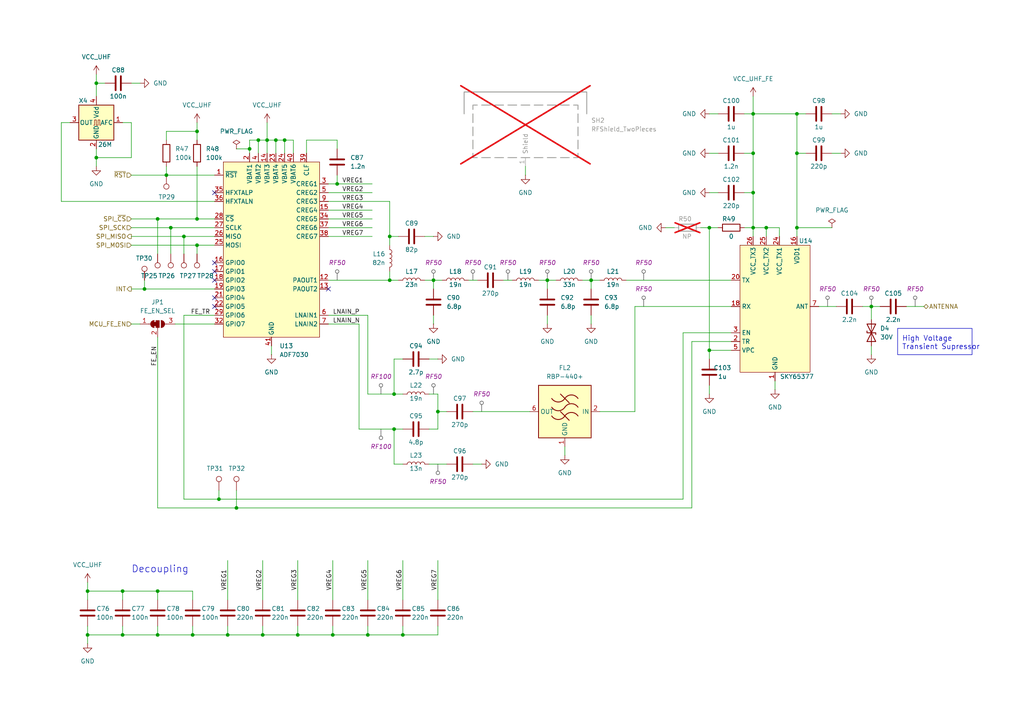
<source format=kicad_sch>
(kicad_sch (version 20250114) (generator "eeschema") (generator_version "9.0")
  (paper "A4")
  (title_block (title "Spino Com System - RF UHF") (date "2025-03-24") (rev "v2.1") (company "AMSAT-F/Electrolab - Y.Avelino/A.Meckenstock "))
  (rectangle (start 260.35 95.25) (end 281.94 102.87))
  (text "High Voltage\nTransient Supressor" (at 261.62 101.6 0) (effects (font (size 1.5 1.5)) (justify left bottom)))
  (text "Decoupling" (at 38.1 166.37 0) (effects (font (size 2 2)) (justify left bottom)))
  (junction (at 116.84 184.15))
  (junction (at 125.73 81.28))
  (junction (at 57.15 71.12))
  (junction (at 114.3 124.46))
  (junction (at 252.73 88.9))
  (junction (at 25.4 171.45))
  (junction (at 55.88 184.15))
  (junction (at 72.39 43.18))
  (junction (at 49.53 66.04))
  (junction (at 53.34 68.58))
  (junction (at 74.93 40.64))
  (junction (at 45.72 171.45))
  (junction (at 77.47 40.64))
  (junction (at 86.36 184.15))
  (junction (at 35.56 184.15))
  (junction (at 218.44 44.45))
  (junction (at 114.3 114.3))
  (junction (at 27.94 24.13))
  (junction (at 57.15 38.1))
  (junction (at 25.4 184.15))
  (junction (at 106.68 184.15))
  (junction (at 97.79 53.34))
  (junction (at 158.75 81.28))
  (junction (at 63.5 144.78))
  (junction (at 68.58 147.32))
  (junction (at 231.14 44.45))
  (junction (at 35.56 171.45))
  (junction (at 27.94 45.72))
  (junction (at 45.72 63.5))
  (junction (at 205.74 66.04))
  (junction (at 48.26 50.8))
  (junction (at 45.72 184.15))
  (junction (at 80.01 40.64))
  (junction (at 76.2 184.15))
  (junction (at 82.55 40.64))
  (junction (at 171.45 81.28))
  (junction (at 66.04 184.15))
  (junction (at 218.44 33.02))
  (junction (at 113.03 81.28))
  (junction (at 96.52 184.15))
  (junction (at 127 119.38))
  (junction (at 113.03 68.58))
  (junction (at 218.44 66.04))
  (junction (at 205.74 101.6))
  (junction (at 222.25 66.04))
  (junction (at 57.15 63.5))
  (junction (at 231.14 33.02))
  (junction (at 218.44 55.88))
  (junction (at 41.91 83.82))
  (junction (at 231.14 66.04))
  (no_connect (at 62.23 88.9))
  (no_connect (at 62.23 78.74))
  (no_connect (at 62.23 76.2))
  (no_connect (at 62.23 55.88))
  (no_connect (at 95.25 83.82))
  (no_connect (at 62.23 81.28))
  (no_connect (at 62.23 86.36))
  (wire (pts (xy 127 124.46) (xy 127 119.38)))
  (wire (pts (xy 218.44 27.94) (xy 218.44 33.02)))
  (wire (pts (xy 95.25 93.98) (xy 104.14 93.98)))
  (wire (pts (xy 124.46 104.14) (xy 127 104.14)))
  (wire (pts (xy 48.26 48.26) (xy 48.26 50.8)))
  (wire (pts (xy 116.84 184.15) (xy 106.68 184.15)))
  (wire (pts (xy 95.25 58.42) (xy 113.03 58.42)))
  (wire (pts (xy 55.88 171.45) (xy 55.88 173.99)))
  (wire (pts (xy 205.74 44.45) (xy 208.28 44.45)))
  (wire (pts (xy 86.36 162.56) (xy 86.36 173.99)))
  (wire (pts (xy 158.75 81.28) (xy 158.75 83.82)))
  (wire (pts (xy 95.25 53.34) (xy 97.79 53.34)))
  (wire (pts (xy 55.88 184.15) (xy 45.72 184.15)))
  (wire (pts (xy 212.09 96.52) (xy 198.12 96.52)))
  (wire (pts (xy 95.25 55.88) (xy 107.95 55.88)))
  (wire (pts (xy 95.25 81.28) (xy 113.03 81.28)))
  (wire (pts (xy 218.44 33.02) (xy 231.14 33.02)))
  (wire (pts (xy 55.88 181.61) (xy 55.88 184.15)))
  (wire (pts (xy 116.84 181.61) (xy 116.84 184.15)))
  (wire (pts (xy 45.72 184.15) (xy 35.56 184.15)))
  (wire (pts (xy 96.52 181.61) (xy 96.52 184.15)))
  (wire (pts (xy 173.99 119.38) (xy 184.15 119.38)))
  (wire (pts (xy 127 162.56) (xy 127 173.99)))
  (wire (pts (xy 205.74 111.76) (xy 205.74 114.3)))
  (wire (pts (xy 66.04 181.61) (xy 66.04 184.15)))
  (wire (pts (xy 25.4 184.15) (xy 25.4 186.69)))
  (wire (pts (xy 45.72 181.61) (xy 45.72 184.15)))
  (wire (pts (xy 97.79 53.34) (xy 107.95 53.34)))
  (wire (pts (xy 113.03 68.58) (xy 113.03 58.42)))
  (wire (pts (xy 25.4 168.91) (xy 25.4 171.45)))
  (wire (pts (xy 226.06 68.58) (xy 226.06 66.04)))
  (wire (pts (xy 215.9 44.45) (xy 218.44 44.45)))
  (wire (pts (xy 123.19 68.58) (xy 125.73 68.58)))
  (wire (pts (xy 114.3 134.62) (xy 116.84 134.62)))
  (wire (pts (xy 27.94 21.59) (xy 27.94 24.13)))
  (wire (pts (xy 88.9 40.64) (xy 97.79 40.64)))
  (wire (pts (xy 25.4 184.15) (xy 25.4 181.61)))
  (wire (pts (xy 72.39 40.64) (xy 72.39 43.18)))
  (wire (pts (xy 77.47 35.56) (xy 77.47 40.64)))
  (wire (pts (xy 137.16 134.62) (xy 139.7 134.62)))
  (wire (pts (xy 45.72 97.79) (xy 45.72 147.32)))
  (wire (pts (xy 38.1 63.5) (xy 45.72 63.5)))
  (wire (pts (xy 74.93 40.64) (xy 77.47 40.64)))
  (wire (pts (xy 48.26 38.1) (xy 48.26 40.64)))
  (wire (pts (xy 55.88 184.15) (xy 66.04 184.15)))
  (wire (pts (xy 38.1 83.82) (xy 41.91 83.82)))
  (wire (pts (xy 82.55 40.64) (xy 85.09 40.64)))
  (wire (pts (xy 49.53 66.04) (xy 49.53 73.66)))
  (wire (pts (xy 35.56 181.61) (xy 35.56 184.15)))
  (wire (pts (xy 200.66 99.06) (xy 212.09 99.06)))
  (wire (pts (xy 106.68 162.56) (xy 106.68 173.99)))
  (wire (pts (xy 218.44 55.88) (xy 218.44 66.04)))
  (wire (pts (xy 63.5 142.24) (xy 63.5 144.78)))
  (wire (pts (xy 205.74 101.6) (xy 205.74 104.14)))
  (wire (pts (xy 127 114.3) (xy 124.46 114.3)))
  (wire (pts (xy 193.04 66.04) (xy 195.58 66.04)))
  (wire (pts (xy 208.28 66.04) (xy 205.74 66.04)))
  (wire (pts (xy 57.15 38.1) (xy 57.15 40.64)))
  (wire (pts (xy 80.01 40.64) (xy 82.55 40.64)))
  (wire (pts (xy 200.66 147.32) (xy 200.66 99.06)))
  (wire (pts (xy 68.58 43.18) (xy 72.39 43.18)))
  (wire (pts (xy 80.01 40.64) (xy 80.01 44.45)))
  (wire (pts (xy 114.3 124.46) (xy 114.3 134.62)))
  (wire (pts (xy 72.39 40.64) (xy 74.93 40.64)))
  (wire (pts (xy 218.44 44.45) (xy 218.44 55.88)))
  (wire (pts (xy 231.14 44.45) (xy 233.68 44.45)))
  (wire (pts (xy 226.06 66.04) (xy 222.25 66.04)))
  (wire (pts (xy 104.14 124.46) (xy 114.3 124.46)))
  (wire (pts (xy 171.45 81.28) (xy 173.99 81.28)))
  (wire (pts (xy 38.1 68.58) (xy 53.34 68.58)))
  (wire (pts (xy 53.34 144.78) (xy 53.34 91.44)))
  (wire (pts (xy 127 181.61) (xy 127 184.15)))
  (wire (pts (xy 158.75 81.28) (xy 161.29 81.28)))
  (wire (pts (xy 205.74 55.88) (xy 208.28 55.88)))
  (wire (pts (xy 125.73 81.28) (xy 123.19 81.28)))
  (wire (pts (xy 152.4 48.26) (xy 152.4 50.8)))
  (wire (pts (xy 68.58 142.24) (xy 68.58 147.32)))
  (wire (pts (xy 106.68 181.61) (xy 106.68 184.15)))
  (wire (pts (xy 66.04 162.56) (xy 66.04 173.99)))
  (wire (pts (xy 184.15 88.9) (xy 212.09 88.9)))
  (wire (pts (xy 252.73 88.9) (xy 252.73 92.71)))
  (wire (pts (xy 72.39 43.18) (xy 72.39 44.45)))
  (wire (pts (xy 241.3 44.45) (xy 243.84 44.45)))
  (wire (pts (xy 68.58 147.32) (xy 200.66 147.32)))
  (wire (pts (xy 222.25 66.04) (xy 222.25 68.58)))
  (wire (pts (xy 38.1 50.8) (xy 48.26 50.8)))
  (wire (pts (xy 17.78 35.56) (xy 17.78 58.42)))
  (wire (pts (xy 127 119.38) (xy 127 114.3)))
  (wire (pts (xy 125.73 81.28) (xy 128.27 81.28)))
  (wire (pts (xy 95.25 91.44) (xy 106.68 91.44)))
  (wire (pts (xy 27.94 45.72) (xy 27.94 43.18)))
  (wire (pts (xy 231.14 66.04) (xy 231.14 68.58)))
  (wire (pts (xy 146.05 81.28) (xy 148.59 81.28)))
  (wire (pts (xy 77.47 40.64) (xy 80.01 40.64)))
  (wire (pts (xy 106.68 184.15) (xy 96.52 184.15)))
  (wire (pts (xy 250.19 88.9) (xy 252.73 88.9)))
  (wire (pts (xy 57.15 71.12) (xy 62.23 71.12)))
  (wire (pts (xy 231.14 66.04) (xy 241.3 66.04)))
  (wire (pts (xy 45.72 63.5) (xy 57.15 63.5)))
  (wire (pts (xy 74.93 40.64) (xy 74.93 44.45)))
  (wire (pts (xy 124.46 134.62) (xy 129.54 134.62)))
  (wire (pts (xy 38.1 93.98) (xy 40.64 93.98)))
  (wire (pts (xy 50.8 93.98) (xy 62.23 93.98)))
  (wire (pts (xy 205.74 33.02) (xy 208.28 33.02)))
  (wire (pts (xy 48.26 50.8) (xy 62.23 50.8)))
  (wire (pts (xy 82.55 40.64) (xy 82.55 44.45)))
  (wire (pts (xy 38.1 24.13) (xy 40.64 24.13)))
  (wire (pts (xy 113.03 81.28) (xy 115.57 81.28)))
  (wire (pts (xy 25.4 173.99) (xy 25.4 171.45)))
  (wire (pts (xy 184.15 119.38) (xy 184.15 88.9)))
  (wire (pts (xy 35.56 171.45) (xy 45.72 171.45)))
  (wire (pts (xy 106.68 114.3) (xy 106.68 91.44)))
  (wire (pts (xy 78.74 100.33) (xy 78.74 102.87)))
  (wire (pts (xy 57.15 71.12) (xy 57.15 73.66)))
  (wire (pts (xy 203.2 66.04) (xy 205.74 66.04)))
  (wire (pts (xy 85.09 40.64) (xy 85.09 44.45)))
  (wire (pts (xy 48.26 38.1) (xy 57.15 38.1)))
  (wire (pts (xy 86.36 184.15) (xy 76.2 184.15)))
  (wire (pts (xy 198.12 96.52) (xy 198.12 144.78)))
  (wire (pts (xy 95.25 66.04) (xy 107.95 66.04)))
  (wire (pts (xy 38.1 66.04) (xy 49.53 66.04)))
  (wire (pts (xy 171.45 81.28) (xy 168.91 81.28)))
  (wire (pts (xy 57.15 35.56) (xy 57.15 38.1)))
  (wire (pts (xy 17.78 35.56) (xy 20.32 35.56)))
  (wire (pts (xy 41.91 83.82) (xy 41.91 81.28)))
  (wire (pts (xy 95.25 63.5) (xy 107.95 63.5)))
  (wire (pts (xy 97.79 40.64) (xy 97.79 43.18)))
  (wire (pts (xy 63.5 144.78) (xy 53.34 144.78)))
  (wire (pts (xy 113.03 78.74) (xy 113.03 81.28)))
  (wire (pts (xy 114.3 114.3) (xy 106.68 114.3)))
  (wire (pts (xy 163.83 129.54) (xy 163.83 132.08)))
  (wire (pts (xy 116.84 114.3) (xy 114.3 114.3)))
  (wire (pts (xy 97.79 53.34) (xy 97.79 50.8)))
  (wire (pts (xy 215.9 55.88) (xy 218.44 55.88)))
  (wire (pts (xy 27.94 24.13) (xy 30.48 24.13)))
  (wire (pts (xy 127 184.15) (xy 116.84 184.15)))
  (wire (pts (xy 96.52 184.15) (xy 86.36 184.15)))
  (wire (pts (xy 53.34 68.58) (xy 62.23 68.58)))
  (wire (pts (xy 76.2 162.56) (xy 76.2 173.99)))
  (wire (pts (xy 135.89 81.28) (xy 138.43 81.28)))
  (wire (pts (xy 86.36 181.61) (xy 86.36 184.15)))
  (wire (pts (xy 53.34 68.58) (xy 53.34 73.66)))
  (wire (pts (xy 35.56 184.15) (xy 25.4 184.15)))
  (wire (pts (xy 218.44 33.02) (xy 218.44 44.45)))
  (wire (pts (xy 116.84 124.46) (xy 114.3 124.46)))
  (wire (pts (xy 35.56 35.56) (xy 38.1 35.56)))
  (wire (pts (xy 38.1 45.72) (xy 27.94 45.72)))
  (wire (pts (xy 114.3 104.14) (xy 116.84 104.14)))
  (wire (pts (xy 222.25 66.04) (xy 218.44 66.04)))
  (wire (pts (xy 38.1 35.56) (xy 38.1 45.72)))
  (wire (pts (xy 104.14 93.98) (xy 104.14 124.46)))
  (wire (pts (xy 241.3 33.02) (xy 243.84 33.02)))
  (wire (pts (xy 35.56 171.45) (xy 35.56 173.99)))
  (wire (pts (xy 198.12 144.78) (xy 63.5 144.78)))
  (wire (pts (xy 57.15 48.26) (xy 57.15 63.5)))
  (wire (pts (xy 231.14 33.02) (xy 233.68 33.02)))
  (wire (pts (xy 125.73 83.82) (xy 125.73 81.28)))
  (wire (pts (xy 113.03 68.58) (xy 113.03 71.12)))
  (wire (pts (xy 171.45 91.44) (xy 171.45 93.98)))
  (wire (pts (xy 171.45 83.82) (xy 171.45 81.28)))
  (wire (pts (xy 231.14 44.45) (xy 231.14 66.04)))
  (wire (pts (xy 38.1 71.12) (xy 57.15 71.12)))
  (wire (pts (xy 45.72 171.45) (xy 55.88 171.45)))
  (wire (pts (xy 262.89 88.9) (xy 267.97 88.9)))
  (wire (pts (xy 41.91 83.82) (xy 62.23 83.82)))
  (wire (pts (xy 45.72 171.45) (xy 45.72 173.99)))
  (wire (pts (xy 27.94 27.94) (xy 27.94 24.13)))
  (wire (pts (xy 158.75 91.44) (xy 158.75 93.98)))
  (wire (pts (xy 205.74 101.6) (xy 212.09 101.6)))
  (wire (pts (xy 95.25 68.58) (xy 107.95 68.58)))
  (wire (pts (xy 113.03 68.58) (xy 115.57 68.58)))
  (wire (pts (xy 57.15 63.5) (xy 62.23 63.5)))
  (wire (pts (xy 76.2 184.15) (xy 66.04 184.15)))
  (wire (pts (xy 215.9 66.04) (xy 218.44 66.04)))
  (wire (pts (xy 76.2 181.61) (xy 76.2 184.15)))
  (wire (pts (xy 252.73 88.9) (xy 255.27 88.9)))
  (wire (pts (xy 77.47 40.64) (xy 77.47 44.45)))
  (wire (pts (xy 129.54 119.38) (xy 127 119.38)))
  (wire (pts (xy 53.34 91.44) (xy 62.23 91.44)))
  (wire (pts (xy 49.53 66.04) (xy 62.23 66.04)))
  (wire (pts (xy 205.74 66.04) (xy 205.74 101.6)))
  (wire (pts (xy 125.73 91.44) (xy 125.73 93.98)))
  (wire (pts (xy 231.14 33.02) (xy 231.14 44.45)))
  (wire (pts (xy 95.25 60.96) (xy 107.95 60.96)))
  (wire (pts (xy 27.94 45.72) (xy 27.94 48.26)))
  (wire (pts (xy 96.52 162.56) (xy 96.52 173.99)))
  (wire (pts (xy 25.4 171.45) (xy 35.56 171.45)))
  (wire (pts (xy 137.16 119.38) (xy 153.67 119.38)))
  (wire (pts (xy 45.72 63.5) (xy 45.72 73.66)))
  (wire (pts (xy 62.23 58.42) (xy 17.78 58.42)))
  (wire (pts (xy 224.79 110.49) (xy 224.79 113.03)))
  (wire (pts (xy 114.3 114.3) (xy 114.3 104.14)))
  (wire (pts (xy 252.73 100.33) (xy 252.73 102.87)))
  (wire (pts (xy 116.84 162.56) (xy 116.84 173.99)))
  (wire (pts (xy 218.44 66.04) (xy 218.44 68.58)))
  (wire (pts (xy 156.21 81.28) (xy 158.75 81.28)))
  (wire (pts (xy 181.61 81.28) (xy 212.09 81.28)))
  (wire (pts (xy 45.72 147.32) (xy 68.58 147.32)))
  (wire (pts (xy 237.49 88.9) (xy 242.57 88.9)))
  (wire (pts (xy 124.46 124.46) (xy 127 124.46)))
  (wire (pts (xy 218.44 33.02) (xy 215.9 33.02)))
  (wire (pts (xy 88.9 44.45) (xy 88.9 40.64)))
  (label "VREG2" (at 76.2 165.1 270))
  (label "VREG7" (at 105.41 68.58 180))
  (label "VREG7" (at 127 165.1 270))
  (label "VREG4" (at 105.41 60.96 180))
  (label "VREG1" (at 105.41 53.34 180))
  (label "VREG5" (at 106.68 165.1 270))
  (label "VREG2" (at 105.41 55.88 180))
  (label "VREG6" (at 105.41 66.04 180))
  (label "LNAIN_N" (at 96.52 93.98 0))
  (label "FE_TR" (at 60.96 91.44 180))
  (label "VREG5" (at 105.41 63.5 180))
  (label "FE_EN" (at 45.72 100.33 270))
  (label "VREG4" (at 96.52 165.1 270))
  (label "VREG6" (at 116.84 165.1 270))
  (label "VREG3" (at 105.41 58.42 180))
  (label "VREG3" (at 86.36 165.1 270))
  (label "VREG1" (at 66.04 165.1 270))
  (label "LNAIN_P" (at 96.52 91.44 0))
  (hierarchical_label "SPI_~{CS}" (shape input) (at 38.1 63.5 180))
  (hierarchical_label "~{RST}" (shape input) (at 38.1 50.8 180))
  (hierarchical_label "INT" (shape output) (at 38.1 83.82 180))
  (hierarchical_label "SPI_MOSI" (shape input) (at 38.1 71.12 180))
  (hierarchical_label "ANTENNA" (shape bidirectional) (at 267.97 88.9 0))
  (hierarchical_label "MCU_FE_EN" (shape input) (at 38.1 93.98 180))
  (hierarchical_label "SPI_SCK" (shape input) (at 38.1 66.04 180))
  (hierarchical_label "SPI_MISO" (shape output) (at 38.1 68.58 180))
  (netclass_flag "" (length 2.54) (shape round) (at 97.79 81.28 0) (property "Netclass" "RF50" (at 97.79 76.2 0) (effects (font (italic yes)))))
  (netclass_flag "" (length 2.54) (shape round) (at 139.7 119.38 0) (property "Netclass" "RF50" (at 139.7 114.3 0) (effects (font (italic yes)))))
  (netclass_flag "" (length 2.54) (shape round) (at 147.32 81.28 0) (property "Netclass" "RF50" (at 147.32 76.2 0) (effects (font (italic yes)))))
  (netclass_flag "" (length 2.54) (shape round) (at 240.03 88.9 0) (property "Netclass" "RF50" (at 240.03 83.82 0) (effects (font (italic yes)))))
  (netclass_flag "" (length 2.54) (shape round) (at 265.43 88.9 0) (property "Netclass" "RF50" (at 265.43 83.82 0) (effects (font (italic yes)))))
  (netclass_flag "" (length 2.54) (shape round) (at 252.73 88.9 0) (property "Netclass" "RF50" (at 252.73 83.82 0) (effects (font (italic yes)))))
  (netclass_flag "" (length 2.54) (shape round) (at 110.49 114.3 0) (property "Netclass" "RF100" (at 110.49 109.22 0) (effects (font (italic yes)))))
  (netclass_flag "" (length 2.54) (shape round) (at 186.69 81.28 0) (property "Netclass" "RF50" (at 186.69 76.2 0) (effects (font (italic yes)))))
  (netclass_flag "" (length 2.54) (shape round) (at 137.16 81.28 0) (property "Netclass" "RF50" (at 137.16 76.2 0) (effects (font (italic yes)))))
  (netclass_flag "" (length 2.54) (shape round) (at 171.45 81.28 0) (property "Netclass" "RF50" (at 171.45 76.2 0) (effects (font (italic yes)))))
  (netclass_flag "" (length 2.54) (shape round) (at 110.49 124.46 180) (property "Netclass" "RF100" (at 110.49 129.54 0) (effects (font (italic yes)))))
  (netclass_flag "" (length 2.54) (shape round) (at 125.73 114.3 0) (property "Netclass" "RF50" (at 125.73 109.22 0) (effects (font (italic yes)))))
  (netclass_flag "" (length 2.54) (shape round) (at 125.73 81.28 0) (property "Netclass" "RF50" (at 125.73 76.2 0) (effects (font (italic yes)))))
  (netclass_flag "" (length 2.54) (shape round) (at 186.69 88.9 0) (property "Netclass" "RF50" (at 186.69 83.82 0) (effects (font (italic yes)))))
  (netclass_flag "" (length 2.54) (shape round) (at 127 134.62 180) (property "Netclass" "RF50" (at 127 139.7 0) (effects (font (italic yes)))))
  (netclass_flag "" (length 2.54) (shape round) (at 158.75 81.28 0) (property "Netclass" "RF50" (at 158.75 76.2 0) (effects (font (italic yes)))))
  (symbol (lib_id "Device:L") (at 120.65 114.3 90) (unit 1)
    (property "Reference" "L22" (at 120.65 111.76 90))
    (property "Value" "19n" (at 120.65 115.57 90))
    (property "Footprint" "Inductor_SMD:L_0402_1005Metric" (effects (hide yes)))
    (property "Description" "Inductor" (effects (hide yes)))
    (property "SKU" "0402HP-19NXGRW" (effects (hide yes)))
    (property "Tolerance" "2%" (effects (hide yes)))
    (property "Vendor" "Coilcraft" (effects (hide yes)))
  )
  (symbol (lib_id "power:GND") (at 205.74 114.3 0) (unit 1)
    (property "Reference" "#PWR060" (effects (hide yes)))
    (property "Value" "GND" (at 205.74 119.38 0))
    (property "Description" "Power symbol creates a global label with name \"GND\" , ground" (effects (hide yes)))
  )
  (symbol (lib_id "Device:C") (at 34.29 24.13 90) (unit 1)
    (property "Reference" "C88" (at 34.29 20.32 90))
    (property "Value" "100n" (at 34.29 27.94 90))
    (property "Footprint" "Capacitor_SMD:C_0402_1005Metric" (effects (hide yes)))
    (property "Description" "Unpolarized capacitor" (effects (hide yes)))
    (property "SKU" "GCM155R71C104KA55D" (effects (hide yes)))
    (property "Temp Coeff" "X7R" (effects (hide yes)))
    (property "Vendor" "Murata" (effects (hide yes)))
  )
  (symbol (lib_id "power:GND") (at 25.4 186.69 0) (unit 1)
    (property "Reference" "#PWR064" (effects (hide yes)))
    (property "Value" "GND" (at 25.4 191.77 0))
    (property "Description" "Power symbol creates a global label with name \"GND\" , ground" (effects (hide yes)))
  )
  (symbol (lib_id "Connector:TestPoint") (at 53.34 73.66 180) (unit 1) (in_bom no)
    (property "Reference" "TP27" (at 52.07 80.01 0) (effects (justify right)))
    (property "Value" "UHF_MISO" (effects (hide yes)))
    (property "Footprint" "TestPoint:TestPoint_Pad_D1.0mm" (effects (hide yes)))
    (property "Description" "test point" (effects (hide yes)))
  )
  (symbol (lib_id "Device:R") (at 199.39 66.04 90) (mirror x) (unit 1) (dnp yes)
    (property "Reference" "R50" (at 200.66 63.5 90) (effects (justify left)))
    (property "Value" "NP" (at 200.66 68.58 90) (effects (justify left)))
    (property "Footprint" "Resistor_SMD:R_0402_1005Metric" (effects (hide yes)))
    (property "Description" "Resistor" (effects (hide yes)))
  )
  (symbol (lib_id "Device:C") (at 55.88 177.8 0) (unit 1)
    (property "Reference" "C79" (at 58.42 176.53 0) (effects (justify left)))
    (property "Value" "100n" (at 58.42 179.07 0) (effects (justify left)))
    (property "Footprint" "Capacitor_SMD:C_0402_1005Metric" (effects (hide yes)))
    (property "Description" "Unpolarized capacitor" (effects (hide yes)))
    (property "SKU" "GCM155R71C104KA55D" (effects (hide yes)))
    (property "Temp Coeff" "X7R" (effects (hide yes)))
    (property "Vendor" "Murata" (effects (hide yes)))
  )
  (symbol (lib_id "Jumper:SolderJumper_3_Bridged12") (at 45.72 93.98 0) (unit 1) (in_bom no)
    (property "Reference" "JP1" (at 45.72 87.63 0))
    (property "Value" "FE_EN_SEL" (at 45.72 90.17 0))
    (property "Footprint" "Jumper_user:SolderJumper-3_P0.8mm_Bridged2Bar12_RoundedPad0.6x1.0mm" (effects (hide yes)))
    (property "Description" "3-pole Solder Jumper, pins 1+2 closed/bridged" (effects (hide yes)))
  )
  (symbol (lib_id "Device:C") (at 120.65 124.46 90) (unit 1)
    (property "Reference" "C95" (at 120.65 120.65 90))
    (property "Value" "4.8p" (at 120.65 128.27 90))
    (property "Footprint" "Capacitor_SMD:C_0402_1005Metric" (effects (hide yes)))
    (property "Description" "Unpolarized capacitor" (effects (hide yes)))
    (property "Temp Coeff" "C0G" (effects (hide yes)))
    (property "Tolerance" "0.1p" (effects (hide yes)))
    (property "SKU" "GCQ1555C1H4R2BB01D" (effects (hide yes)))
    (property "Vendor" "Murata" (effects (hide yes)))
  )
  (symbol (lib_id "Device:C") (at 96.52 177.8 0) (unit 1)
    (property "Reference" "C83" (at 99.06 176.53 0) (effects (justify left)))
    (property "Value" "220n" (at 99.06 179.07 0) (effects (justify left)))
    (property "Footprint" "Capacitor_SMD:C_0402_1005Metric" (effects (hide yes)))
    (property "Description" "Unpolarized capacitor" (effects (hide yes)))
    (property "SKU" "GCM155R71C224KE02D" (effects (hide yes)))
    (property "Temp Coeff" "X7R" (effects (hide yes)))
    (property "Tolerance" "10%" (effects (hide yes)))
    (property "Vendor" "Murata" (effects (hide yes)))
  )
  (symbol (lib_id "power_spino_cs:VCC_UHF") (at 57.15 35.56 0) (unit 1)
    (property "Reference" "#PWR052" (effects (hide yes)))
    (property "Value" "VCC_UHF" (at 57.15 30.48 0))
    (property "Description" "Power symbol creates a global label with name \"VCC_UHF\"" (effects (hide yes)))
  )
  (symbol (lib_id "Device:C") (at 212.09 33.02 90) (unit 1)
    (property "Reference" "C100" (at 212.09 29.21 90))
    (property "Value" "1u" (at 212.09 36.83 90))
    (property "Footprint" "Capacitor_SMD:C_0402_1005Metric" (effects (hide yes)))
    (property "Description" "Unpolarized capacitor" (effects (hide yes)))
    (property "SKU" "GCM155C71A105KE38D" (effects (hide yes)))
    (property "Temp Coeff" "X7S" (effects (hide yes)))
    (property "Vendor" "Murata" (effects (hide yes)))
  )
  (symbol (lib_id "Connector:TestPoint") (at 63.5 142.24 0) (unit 1) (in_bom no)
    (property "Reference" "TP31" (at 64.77 135.89 0) (effects (justify right)))
    (property "Value" "UHF_FE_TR" (effects (hide yes)))
    (property "Footprint" "TestPoint:TestPoint_Pad_D1.0mm" (effects (hide yes)))
    (property "Description" "test point" (effects (hide yes)))
  )
  (symbol (lib_id "Device:C") (at 125.73 87.63 0) (unit 1)
    (property "Reference" "C90" (at 129.54 86.3599 0) (effects (justify left)))
    (property "Value" "6.8p" (at 129.54 88.8999 0) (effects (justify left)))
    (property "Footprint" "Capacitor_SMD:C_0603_1608Metric" (effects (hide yes)))
    (property "Description" "Unpolarized capacitor" (effects (hide yes)))
    (property "SKU" "GCM1885C2A6R8BA16D" (effects (hide yes)))
    (property "Temp Coeff" "C0G" (effects (hide yes)))
    (property "Tolerance" "0.1p" (effects (hide yes)))
    (property "Vendor" "Murata" (effects (hide yes)))
  )
  (symbol (lib_id "Device:C") (at 212.09 55.88 90) (unit 1)
    (property "Reference" "C102" (at 212.09 52.07 90))
    (property "Value" "220p" (at 212.09 59.69 90))
    (property "Footprint" "Capacitor_SMD:C_0402_1005Metric" (effects (hide yes)))
    (property "Description" "Unpolarized capacitor" (effects (hide yes)))
    (property "SKU" "GCM1555C1H221FA16D" (effects (hide yes)))
    (property "Temp Coeff" "C0G" (effects (hide yes)))
    (property "Tolerance" "1%" (effects (hide yes)))
    (property "Vendor" "Murata" (effects (hide yes)))
  )
  (symbol (lib_id "Device:C") (at 45.72 177.8 0) (unit 1)
    (property "Reference" "C78" (at 48.26 176.53 0) (effects (justify left)))
    (property "Value" "100n" (at 48.26 179.07 0) (effects (justify left)))
    (property "Footprint" "Capacitor_SMD:C_0402_1005Metric" (effects (hide yes)))
    (property "Description" "Unpolarized capacitor" (effects (hide yes)))
    (property "SKU" "GCM155R71C104KA55D" (effects (hide yes)))
    (property "Temp Coeff" "X7R" (effects (hide yes)))
    (property "Vendor" "Murata" (effects (hide yes)))
  )
  (symbol (lib_id "power:GND") (at 139.7 134.62 90) (unit 1)
    (property "Reference" "#PWR049" (effects (hide yes)))
    (property "Value" "GND" (at 143.51 134.62 90) (effects (justify right)))
    (property "Description" "Power symbol creates a global label with name \"GND\" , ground" (effects (hide yes)))
  )
  (symbol (lib_id "power:GND") (at 125.73 68.58 90) (unit 1)
    (property "Reference" "#PWR063" (effects (hide yes)))
    (property "Value" "GND" (at 129.54 68.58 90) (effects (justify right)))
    (property "Description" "Power symbol creates a global label with name \"GND\" , ground" (effects (hide yes)))
  )
  (symbol (lib_id "power:GND") (at 27.94 48.26 0) (unit 1)
    (property "Reference" "#PWR0126" (effects (hide yes)))
    (property "Value" "GND" (at 27.94 53.34 0))
    (property "Description" "Power symbol creates a global label with name \"GND\" , ground" (effects (hide yes)))
  )
  (symbol (lib_id "power:GND") (at 193.04 66.04 270) (unit 1)
    (property "Reference" "#PWR0123" (effects (hide yes)))
    (property "Value" "GND" (at 189.23 66.04 90) (effects (justify right)))
    (property "Description" "Power symbol creates a global label with name \"GND\" , ground" (effects (hide yes)))
  )
  (symbol (lib_id "power_spino_cs:VCC_UHF") (at 77.47 35.56 0) (unit 1)
    (property "Reference" "#PWR044" (effects (hide yes)))
    (property "Value" "VCC_UHF" (at 77.47 30.48 0))
    (property "Description" "Power symbol creates a global label with name \"VCC_UHF\"" (effects (hide yes)))
  )
  (symbol (lib_id "Device:L") (at 165.1 81.28 90) (unit 1)
    (property "Reference" "L20" (at 165.1 78.74 90))
    (property "Value" "33n" (at 165.1 82.55 90))
    (property "Footprint" "Inductor_SMD:L_0402_1005Metric" (effects (hide yes)))
    (property "Description" "Inductor" (effects (hide yes)))
    (property "SKU" "0402DC-33NXGRW" (effects (hide yes)))
    (property "Tolerance" "2%" (effects (hide yes)))
    (property "Vendor" "Coilcraft" (effects (hide yes)))
  )
  (symbol (lib_id "Device:D_TVS") (at 252.73 96.52 90) (unit 1)
    (property "Reference" "D4" (at 255.27 95.25 90) (effects (justify right)))
    (property "Value" "30V" (at 255.27 97.79 90) (effects (justify right)))
    (property "Footprint" "Diode_SMD:D_0603_1608Metric" (effects (hide yes)))
    (property "Description" "Bidirectional transient-voltage-suppression diode" (effects (hide yes)))
    (property "SKU" "EZAEG3A50AV" (effects (hide yes)))
    (property "Vendor" "Panasonic" (effects (hide yes)))
  )
  (symbol (lib_id "Device:L") (at 177.8 81.28 90) (unit 1)
    (property "Reference" "L21" (at 177.8 78.74 90))
    (property "Value" "19n" (at 177.8 82.55 90))
    (property "Footprint" "Inductor_SMD:L_0402_1005Metric" (effects (hide yes)))
    (property "Description" "Inductor" (effects (hide yes)))
    (property "SKU" "0402HP-19NXGRW" (effects (hide yes)))
    (property "Tolerance" "2%" (effects (hide yes)))
    (property "Vendor" "Coilcraft" (effects (hide yes)))
  )
  (symbol (lib_id "power:GND") (at 243.84 44.45 90) (unit 1)
    (property "Reference" "#PWR055" (effects (hide yes)))
    (property "Value" "GND" (at 247.65 44.45 90) (effects (justify right)))
    (property "Description" "Power symbol creates a global label with name \"GND\" , ground" (effects (hide yes)))
  )
  (symbol (lib_id "power:GND") (at 205.74 33.02 270) (unit 1)
    (property "Reference" "#PWR056" (effects (hide yes)))
    (property "Value" "GND" (at 201.93 33.02 90) (effects (justify right)))
    (property "Description" "Power symbol creates a global label with name \"GND\" , ground" (effects (hide yes)))
  )
  (symbol (lib_id "power:PWR_FLAG") (at 241.3 66.04 0) (unit 1)
    (property "Reference" "#FLG014" (effects (hide yes)))
    (property "Value" "PWR_FLAG" (at 241.3 60.96 0))
    (property "Description" "Special symbol for telling ERC where power comes from" (effects (hide yes)))
  )
  (symbol (lib_id "Device:C") (at 259.08 88.9 90) (unit 1)
    (property "Reference" "C105" (at 259.08 85.09 90))
    (property "Value" "2.2n" (at 259.08 92.71 90))
    (property "Footprint" "Capacitor_SMD:C_0402_1005Metric" (effects (hide yes)))
    (property "Description" "Unpolarized capacitor" (effects (hide yes)))
    (property "SKU" "GCM155R71H222KA37D" (effects (hide yes)))
    (property "Temp Coeff" "X7R???" (effects (hide yes)))
    (property "Tolerance" "10%" (effects (hide yes)))
    (property "Vendor" "Murata" (effects (hide yes)))
  )
  (symbol (lib_id "Device:C") (at 212.09 44.45 90) (unit 1)
    (property "Reference" "C101" (at 212.09 40.64 90))
    (property "Value" "1.2n" (at 212.09 48.26 90))
    (property "Footprint" "Capacitor_SMD:C_0402_1005Metric" (effects (hide yes)))
    (property "Description" "Unpolarized capacitor" (effects (hide yes)))
    (property "SKU" "GCM155R72A122KA37D" (effects (hide yes)))
    (property "Temp Coeff" "X7R???" (effects (hide yes)))
    (property "Tolerance" "10%" (effects (hide yes)))
    (property "Vendor" "Murata" (effects (hide yes)))
  )
  (symbol (lib_id "power:GND") (at 243.84 33.02 90) (unit 1)
    (property "Reference" "#PWR054" (effects (hide yes)))
    (property "Value" "GND" (at 247.65 33.02 90) (effects (justify right)))
    (property "Description" "Power symbol creates a global label with name \"GND\" , ground" (effects (hide yes)))
  )
  (symbol (lib_id "Device:C") (at 127 177.8 0) (unit 1)
    (property "Reference" "C86" (at 129.54 176.53 0) (effects (justify left)))
    (property "Value" "220n" (at 129.54 179.07 0) (effects (justify left)))
    (property "Footprint" "Capacitor_SMD:C_0402_1005Metric" (effects (hide yes)))
    (property "Description" "Unpolarized capacitor" (effects (hide yes)))
    (property "SKU" "GCM155R71C224KE02D" (effects (hide yes)))
    (property "Temp Coeff" "X7R" (effects (hide yes)))
    (property "Tolerance" "10%" (effects (hide yes)))
    (property "Vendor" "Murata" (effects (hide yes)))
  )
  (symbol (lib_id "RF_Amplifier_spino_cs:SKY65377") (at 224.79 88.9 0) (unit 1)
    (property "Reference" "U14" (at 233.68 69.85 0))
    (property "Value" "SKY65377" (at 231.14 109.22 0))
    (property "Footprint" "RF_spino_cs:Skyworks_MCM-L-28-1EP_6x6mm_P0.75mm_EP4x4mm" (effects (hide yes)))
    (property "Datasheet" "https://www.skyworksinc.com/-/media/SkyWorks/Documents/Products/2101-2200/SKY65377_21_204030C.pdf" (effects (hide yes)))
    (property "Description" "450 MHz Transmit/Receive Front-End Module" (effects (hide yes)))
    (property "SKU" "SKY65377-21" (effects (hide yes)))
    (property "Vendor" "Skyworks" (effects (hide yes)))
  )
  (symbol (lib_id "Device:C") (at 237.49 33.02 270) (unit 1)
    (property "Reference" "C98" (at 237.49 29.21 90))
    (property "Value" "1u" (at 237.49 36.83 90))
    (property "Footprint" "Capacitor_SMD:C_0402_1005Metric" (effects (hide yes)))
    (property "Description" "Unpolarized capacitor" (effects (hide yes)))
    (property "SKU" "GCM155C71A105KE38D" (effects (hide yes)))
    (property "Temp Coeff" "X7S" (effects (hide yes)))
    (property "Vendor" "Murata" (effects (hide yes)))
  )
  (symbol (lib_id "power:GND") (at 125.73 93.98 0) (unit 1)
    (property "Reference" "#PWR046" (effects (hide yes)))
    (property "Value" "GND" (at 125.73 99.06 0))
    (property "Description" "Power symbol creates a global label with name \"GND\" , ground" (effects (hide yes)))
  )
  (symbol (lib_id "RF_Filter_spino_cs:RBP-440+") (at 163.83 119.38 0) (mirror y) (unit 1)
    (property "Reference" "FL2" (at 163.83 106.68 0))
    (property "Value" "RBP-440+" (at 163.83 109.22 0))
    (property "Footprint" "RF_Mini-Circuits:Mini-Circuits_GP731" (effects (hide yes)))
    (property "Datasheet" "https://www.minicircuits.com/pdfs/RBP-440+.pdf" (effects (hide yes)))
    (property "Description" "Bandpass Filter, 410 to 470 MHz, 50 Ohm, Mini-Circuits GP731" (effects (hide yes)))
    (property "Vendor" "Mini-Circuits" (effects (hide yes)))
    (property "SKU" "RBP-440+" (effects (hide yes)))
  )
  (symbol (lib_id "Device:C") (at 205.74 107.95 0) (mirror y) (unit 1)
    (property "Reference" "C103" (at 212.09 106.68 0) (effects (justify left)))
    (property "Value" "1u" (at 210.82 109.22 0) (effects (justify left)))
    (property "Footprint" "Capacitor_SMD:C_0402_1005Metric" (effects (hide yes)))
    (property "Description" "Unpolarized capacitor" (effects (hide yes)))
    (property "SKU" "GCM155C71A105KE38D" (effects (hide yes)))
    (property "Temp Coeff" "X7S" (effects (hide yes)))
    (property "Vendor" "Murata" (effects (hide yes)))
  )
  (symbol (lib_id "Device:C") (at 119.38 68.58 90) (unit 1)
    (property "Reference" "C89" (at 119.38 64.77 90))
    (property "Value" "82p" (at 119.38 72.39 90))
    (property "Footprint" "Capacitor_SMD:C_0402_1005Metric" (effects (hide yes)))
    (property "Description" "Unpolarized capacitor" (effects (hide yes)))
    (property "SKU" "GCM1555C1H820FA16D" (effects (hide yes)))
    (property "Temp Coeff" "C0G" (effects (hide yes)))
    (property "Tolerance" "1%" (effects (hide yes)))
    (property "Vendor" "Murata" (effects (hide yes)))
  )
  (symbol (lib_id "Device:C") (at 171.45 87.63 0) (unit 1)
    (property "Reference" "C93" (at 175.26 86.3599 0) (effects (justify left)))
    (property "Value" "6.8p" (at 175.26 88.8999 0) (effects (justify left)))
    (property "Footprint" "Capacitor_SMD:C_0603_1608Metric" (effects (hide yes)))
    (property "Description" "Unpolarized capacitor" (effects (hide yes)))
    (property "SKU" "GCM1885C2A6R8BA16D" (effects (hide yes)))
    (property "Temp Coeff" "C0G" (effects (hide yes)))
    (property "Tolerance" "0.1p" (effects (hide yes)))
    (property "Vendor" "Murata" (effects (hide yes)))
  )
  (symbol (lib_id "Device:C") (at 116.84 177.8 0) (unit 1)
    (property "Reference" "C85" (at 119.38 176.53 0) (effects (justify left)))
    (property "Value" "220n" (at 119.38 179.07 0) (effects (justify left)))
    (property "Footprint" "Capacitor_SMD:C_0402_1005Metric" (effects (hide yes)))
    (property "Description" "Unpolarized capacitor" (effects (hide yes)))
    (property "SKU" "GCM155R71C224KE02D" (effects (hide yes)))
    (property "Temp Coeff" "X7R" (effects (hide yes)))
    (property "Tolerance" "10%" (effects (hide yes)))
    (property "Vendor" "Murata" (effects (hide yes)))
  )
  (symbol (lib_id "Device:C") (at 237.49 44.45 270) (unit 1)
    (property "Reference" "C99" (at 237.49 40.64 90))
    (property "Value" "220p" (at 237.49 48.26 90))
    (property "Footprint" "Capacitor_SMD:C_0402_1005Metric" (effects (hide yes)))
    (property "Description" "Unpolarized capacitor" (effects (hide yes)))
    (property "SKU" "GCM1555C1H221FA16D" (effects (hide yes)))
    (property "Temp Coeff" "C0G" (effects (hide yes)))
    (property "Tolerance" "1%" (effects (hide yes)))
    (property "Vendor" "Murata" (effects (hide yes)))
  )
  (symbol (lib_id "Device:R") (at 48.26 44.45 0) (mirror y) (unit 1)
    (property "Reference" "R47" (at 50.8 43.18 0) (effects (justify right)))
    (property "Value" "100k" (at 50.8 45.72 0) (effects (justify right)))
    (property "Footprint" "Resistor_SMD:R_0402_1005Metric" (effects (hide yes)))
    (property "Description" "Resistor" (effects (hide yes)))
    (property "Tolerance" "1%" (effects (hide yes)))
    (property "SKU" "CRCW0402100KFKED" (effects (hide yes)))
    (property "Vendor" "Vishay" (effects (hide yes)))
  )
  (symbol (lib_id "Device:C") (at 97.79 46.99 0) (unit 1)
    (property "Reference" "C87" (at 101.6 45.7199 0) (effects (justify left)))
    (property "Value" "1.2n" (at 101.6 48.2599 0) (effects (justify left)))
    (property "Footprint" "Capacitor_SMD:C_0402_1005Metric" (effects (hide yes)))
    (property "Description" "Unpolarized capacitor" (effects (hide yes)))
    (property "SKU" "GCM155R72A122KA37D" (effects (hide yes)))
    (property "Temp Coeff" "X7R???" (effects (hide yes)))
    (property "Tolerance" "10%" (effects (hide yes)))
    (property "Vendor" "Murata" (effects (hide yes)))
  )
  (symbol (lib_id "power_spino_cs:VCC_UHF_FE") (at 218.44 27.94 0) (unit 1)
    (property "Reference" "#PWR059" (effects (hide yes)))
    (property "Value" "VCC_UHF_FE" (at 218.44 22.86 0))
    (property "Description" "Power symbol creates a global label with name \"VCC_UHF_FE\"" (effects (hide yes)))
  )
  (symbol (lib_id "Device:L") (at 132.08 81.28 90) (unit 1)
    (property "Reference" "L18" (at 132.08 78.74 90))
    (property "Value" "19n" (at 132.08 82.55 90))
    (property "Footprint" "Inductor_SMD:L_0402_1005Metric" (effects (hide yes)))
    (property "Description" "Inductor" (effects (hide yes)))
    (property "SKU" "0402HP-19NXGRW" (effects (hide yes)))
    (property "Tolerance" "2%" (effects (hide yes)))
    (property "Vendor" "Coilcraft" (effects (hide yes)))
  )
  (symbol (lib_id "Device:C") (at 142.24 81.28 90) (unit 1)
    (property "Reference" "C91" (at 142.24 77.47 90))
    (property "Value" "270p" (at 142.24 85.09 90))
    (property "Footprint" "Capacitor_SMD:C_0603_1608Metric" (effects (hide yes)))
    (property "Description" "Unpolarized capacitor" (effects (hide yes)))
    (property "SKU" "GCM1885C2A271FA16D" (effects (hide yes)))
    (property "Temp Coeff" "C0G" (effects (hide yes)))
    (property "Tolerance" "1%" (effects (hide yes)))
    (property "Vendor" "Murata" (effects (hide yes)))
  )
  (symbol (lib_id "Device:R") (at 57.15 44.45 0) (mirror y) (unit 1)
    (property "Reference" "R48" (at 59.69 43.18 0) (effects (justify right)))
    (property "Value" "100k" (at 59.69 45.72 0) (effects (justify right)))
    (property "Footprint" "Resistor_SMD:R_0402_1005Metric" (effects (hide yes)))
    (property "Description" "Resistor" (effects (hide yes)))
    (property "Tolerance" "1%" (effects (hide yes)))
    (property "SKU" "CRCW0402100KFKED" (effects (hide yes)))
    (property "Vendor" "Vishay" (effects (hide yes)))
  )
  (symbol (lib_id "Device:C") (at 25.4 177.8 0) (unit 1)
    (property "Reference" "C76" (at 27.94 176.53 0) (effects (justify left)))
    (property "Value" "100n" (at 27.94 179.07 0) (effects (justify left)))
    (property "Footprint" "Capacitor_SMD:C_0402_1005Metric" (effects (hide yes)))
    (property "Description" "Unpolarized capacitor" (effects (hide yes)))
    (property "SKU" "GCM155R71C104KA55D" (effects (hide yes)))
    (property "Temp Coeff" "X7R" (effects (hide yes)))
    (property "Vendor" "Murata" (effects (hide yes)))
  )
  (symbol (lib_id "Connector:TestPoint") (at 68.58 142.24 0) (unit 1) (in_bom no)
    (property "Reference" "TP32" (at 71.12 135.89 0) (effects (justify right)))
    (property "Value" "UHF_FE_EN" (effects (hide yes)))
    (property "Footprint" "TestPoint:TestPoint_Pad_D1.0mm" (effects (hide yes)))
    (property "Description" "test point" (effects (hide yes)))
  )
  (symbol (lib_id "power:GND") (at 163.83 132.08 0) (unit 1)
    (property "Reference" "#PWR051" (effects (hide yes)))
    (property "Value" "GND" (at 163.83 137.16 0))
    (property "Description" "Power symbol creates a global label with name \"GND\" , ground" (effects (hide yes)))
  )
  (symbol (lib_id "Oscillator_user:TXC-7Z") (at 27.94 35.56 0) (mirror y) (unit 1)
    (property "Reference" "X4" (at 24.13 29.21 0))
    (property "Value" "26M" (at 30.48 41.91 0))
    (property "Footprint" "Oscillator_spino_cs:Oscillator_SMD_TXC_7Z-4Pin_2.0x1.6mm" (effects (hide yes)))
    (property "Datasheet" "https://txccrystal.com/images/pdf/7z.pdf" (effects (hide yes)))
    (property "Description" "SMD Temperature Compensated Crystal Clock Oscillator, TXC" (effects (hide yes)))
    (property "Vendor" "TXC" (effects (hide yes)))
    (property "SKU" "7Z-26.000MBG-T" (effects (hide yes)))
  )
  (symbol (lib_id "Device:C") (at 120.65 104.14 90) (unit 1)
    (property "Reference" "C94" (at 120.65 100.33 90))
    (property "Value" "2.7p" (at 120.65 107.95 90))
    (property "Footprint" "Capacitor_SMD:C_0402_1005Metric" (effects (hide yes)))
    (property "Description" "Unpolarized capacitor" (effects (hide yes)))
    (property "SKU" "GCM1555C1H2R7WA16D" (effects (hide yes)))
    (property "Temp Coeff" "C0G" (effects (hide yes)))
    (property "Tolerance" "0.05p" (effects (hide yes)))
    (property "Vendor" "Murata" (effects (hide yes)))
  )
  (symbol (lib_id "Device:C") (at 86.36 177.8 0) (unit 1)
    (property "Reference" "C82" (at 88.9 176.53 0) (effects (justify left)))
    (property "Value" "220n" (at 88.9 179.07 0) (effects (justify left)))
    (property "Footprint" "Capacitor_SMD:C_0402_1005Metric" (effects (hide yes)))
    (property "Description" "Unpolarized capacitor" (effects (hide yes)))
    (property "SKU" "GCM155R71C224KE02D" (effects (hide yes)))
    (property "Temp Coeff" "X7R" (effects (hide yes)))
    (property "Tolerance" "10%" (effects (hide yes)))
    (property "Vendor" "Murata" (effects (hide yes)))
  )
  (symbol (lib_id "Device:R") (at 212.09 66.04 90) (mirror x) (unit 1)
    (property "Reference" "R49" (at 213.36 63.5 90) (effects (justify left)))
    (property "Value" "0" (at 212.09 68.58 90))
    (property "Footprint" "Resistor_SMD:R_0402_1005Metric" (effects (hide yes)))
    (property "Description" "Resistor" (effects (hide yes)))
    (property "SKU" "CRCW04020000Z0ED" (effects (hide yes)))
    (property "Vendor" "Vishay" (effects (hide yes)))
  )
  (symbol (lib_id "Device:L") (at 119.38 81.28 90) (unit 1)
    (property "Reference" "L17" (at 119.38 78.74 90))
    (property "Value" "23n" (at 119.38 82.55 90))
    (property "Footprint" "Inductor_SMD:L_0402_1005Metric" (effects (hide yes)))
    (property "Description" "Inductor" (effects (hide yes)))
    (property "SKU" "0402DC-23NXGRW" (effects (hide yes)))
    (property "Tolerance" "2%" (effects (hide yes)))
    (property "Vendor" "Coilcraft" (effects (hide yes)))
  )
  (symbol (lib_id "power_spino_cs:VCC_UHF") (at 27.94 21.59 0) (unit 1)
    (property "Reference" "#PWR0130" (effects (hide yes)))
    (property "Value" "VCC_UHF" (at 27.94 16.51 0))
    (property "Description" "Power symbol creates a global label with name \"VCC_UHF\"" (effects (hide yes)))
  )
  (symbol (lib_id "Connector:TestPoint") (at 45.72 73.66 0) (mirror x) (unit 1) (in_bom no)
    (property "Reference" "TP25" (at 45.72 80.01 0) (effects (justify right)))
    (property "Value" "UHF_~{CS}" (effects (hide yes)))
    (property "Footprint" "TestPoint:TestPoint_Pad_D1.0mm" (effects (hide yes)))
    (property "Description" "test point" (effects (hide yes)))
  )
  (symbol (lib_id "power:GND") (at 152.4 50.8 0) (unit 1)
    (property "Reference" "#PWR0129" (effects (hide yes)))
    (property "Value" "GND" (at 152.4 55.88 0))
    (property "Description" "Power symbol creates a global label with name \"GND\" , ground" (effects (hide yes)))
  )
  (symbol (lib_id "Device:C") (at 246.38 88.9 90) (unit 1)
    (property "Reference" "C104" (at 246.38 85.09 90))
    (property "Value" "2.2n" (at 246.38 92.71 90))
    (property "Footprint" "Capacitor_SMD:C_0402_1005Metric" (effects (hide yes)))
    (property "Description" "Unpolarized capacitor" (effects (hide yes)))
    (property "SKU" "GCM155R71H222KA37D" (effects (hide yes)))
    (property "Temp Coeff" "X7R???" (effects (hide yes)))
    (property "Tolerance" "10%" (effects (hide yes)))
    (property "Vendor" "Murata" (effects (hide yes)))
  )
  (symbol (lib_id "Device:L") (at 113.03 74.93 0) (unit 1)
    (property "Reference" "L16" (at 111.76 73.66 0) (effects (justify right)))
    (property "Value" "82n" (at 111.76 76.2 0) (effects (justify right)))
    (property "Footprint" "Inductor_SMD:L_0603_1608Metric" (effects (hide yes)))
    (property "Description" "Inductor" (effects (hide yes)))
    (property "SKU" "0603DC-82NXJRW" (effects (hide yes)))
    (property "Tolerance" "5%" (effects (hide yes)))
    (property "Vendor" "Coilcraft" (effects (hide yes)))
  )
  (symbol (lib_id "Connector:TestPoint") (at 49.53 73.66 0) (mirror x) (unit 1) (in_bom no)
    (property "Reference" "TP26" (at 50.8 80.01 0) (effects (justify right)))
    (property "Value" "UHF_SCK" (effects (hide yes)))
    (property "Footprint" "TestPoint:TestPoint_Pad_D1.0mm" (effects (hide yes)))
    (property "Description" "test point" (effects (hide yes)))
  )
  (symbol (lib_id "Device:L") (at 152.4 81.28 90) (unit 1)
    (property "Reference" "L19" (at 152.4 78.74 90))
    (property "Value" "19n" (at 152.4 82.55 90))
    (property "Footprint" "Inductor_SMD:L_0402_1005Metric" (effects (hide yes)))
    (property "Description" "Inductor" (effects (hide yes)))
    (property "SKU" "0402HP-19NXGRW" (effects (hide yes)))
    (property "Tolerance" "2%" (effects (hide yes)))
    (property "Vendor" "Coilcraft" (effects (hide yes)))
  )
  (symbol (lib_id "power:PWR_FLAG") (at 68.58 43.18 0) (unit 1)
    (property "Reference" "#FLG013" (effects (hide yes)))
    (property "Value" "PWR_FLAG" (at 68.58 38.1 0))
    (property "Description" "Special symbol for telling ERC where power comes from" (effects (hide yes)))
  )
  (symbol (lib_id "RF_spino_cs:ADF7030-1BCPZN") (at 78.74 72.39 0) (unit 1)
    (property "Reference" "U13" (at 81.0634 100.33 0) (effects (justify left)))
    (property "Value" "ADF7030" (at 81.0634 102.87 0) (effects (justify left)))
    (property "Footprint" "Package_CSP:LFCSP-40-1EP_6x6mm_P0.5mm_EP4.6x4.6mm" (effects (hide yes)))
    (property "Datasheet" "https://www.analog.com/media/en/technical-documentation/data-sheets/adf7030-1.pdf" (effects (hide yes)))
    (property "Description" "High Performance, Sub GHz Radio Transceiver IC, 40-Lead LFCSP Package" (effects (hide yes)))
    (property "SKU" "ADF7030-1BCPZN" (effects (hide yes)))
    (property "Vendor" "Analog" (effects (hide yes)))
  )
  (symbol (lib_id "Device:C") (at 133.35 119.38 90) (unit 1)
    (property "Reference" "C97" (at 133.35 115.57 90))
    (property "Value" "270p" (at 133.35 123.19 90))
    (property "Footprint" "Capacitor_SMD:C_0402_1005Metric" (effects (hide yes)))
    (property "Description" "Unpolarized capacitor" (effects (hide yes)))
    (property "SKU" "GCM1555C1H271FA16D " (effects (hide yes)))
    (property "Temp Coeff" "C0G" (effects (hide yes)))
    (property "Tolerance" "1%" (effects (hide yes)))
    (property "Vendor" "Murata" (effects (hide yes)))
  )
  (symbol (lib_id "Device:L") (at 120.65 134.62 90) (unit 1)
    (property "Reference" "L23" (at 120.65 132.08 90))
    (property "Value" "13n" (at 120.65 135.89 90))
    (property "Footprint" "Inductor_SMD:L_0402_1005Metric" (effects (hide yes)))
    (property "Description" "Inductor" (effects (hide yes)))
    (property "Tolerance" "2%" (effects (hide yes)))
    (property "SKU" "0402HP-13NXGRW" (effects (hide yes)))
    (property "Vendor" "Coilcraft" (effects (hide yes)))
  )
  (symbol (lib_id "power:GND") (at 158.75 93.98 0) (unit 1)
    (property "Reference" "#PWR047" (effects (hide yes)))
    (property "Value" "GND" (at 158.75 99.06 0))
    (property "Description" "Power symbol creates a global label with name \"GND\" , ground" (effects (hide yes)))
  )
  (symbol (lib_id "Connector:TestPoint") (at 57.15 73.66 180) (unit 1) (in_bom no)
    (property "Reference" "TP28" (at 57.15 80.01 0) (effects (justify right)))
    (property "Value" "UHF_MOSI" (effects (hide yes)))
    (property "Footprint" "TestPoint:TestPoint_Pad_D1.0mm" (effects (hide yes)))
    (property "Description" "test point" (effects (hide yes)))
  )
  (symbol (lib_id "power:GND") (at 205.74 44.45 270) (unit 1)
    (property "Reference" "#PWR057" (effects (hide yes)))
    (property "Value" "GND" (at 201.93 44.45 90) (effects (justify right)))
    (property "Description" "Power symbol creates a global label with name \"GND\" , ground" (effects (hide yes)))
  )
  (symbol (lib_id "Device:C") (at 76.2 177.8 0) (unit 1)
    (property "Reference" "C81" (at 78.74 176.53 0) (effects (justify left)))
    (property "Value" "220n" (at 78.74 179.07 0) (effects (justify left)))
    (property "Footprint" "Capacitor_SMD:C_0402_1005Metric" (effects (hide yes)))
    (property "Description" "Unpolarized capacitor" (effects (hide yes)))
    (property "SKU" "GCM155R71C224KE02D" (effects (hide yes)))
    (property "Temp Coeff" "X7R" (effects (hide yes)))
    (property "Tolerance" "10%" (effects (hide yes)))
    (property "Vendor" "Murata" (effects (hide yes)))
  )
  (symbol (lib_id "power:GND") (at 205.74 55.88 270) (unit 1)
    (property "Reference" "#PWR058" (effects (hide yes)))
    (property "Value" "GND" (at 201.93 55.88 90) (effects (justify right)))
    (property "Description" "Power symbol creates a global label with name \"GND\" , ground" (effects (hide yes)))
  )
  (symbol (lib_id "power:GND") (at 40.64 24.13 90) (unit 1)
    (property "Reference" "#PWR0127" (effects (hide yes)))
    (property "Value" "GND" (at 44.45 24.13 90) (effects (justify right)))
    (property "Description" "Power symbol creates a global label with name \"GND\" , ground" (effects (hide yes)))
  )
  (symbol (lib_id "Device:C") (at 158.75 87.63 0) (unit 1)
    (property "Reference" "C92" (at 162.56 86.3599 0) (effects (justify left)))
    (property "Value" "6.8p" (at 162.56 88.8999 0) (effects (justify left)))
    (property "Footprint" "Capacitor_SMD:C_0603_1608Metric" (effects (hide yes)))
    (property "Description" "Unpolarized capacitor" (effects (hide yes)))
    (property "SKU" "GCM1885C2A6R8BA16D" (effects (hide yes)))
    (property "Temp Coeff" "C0G" (effects (hide yes)))
    (property "Tolerance" "0.1p" (effects (hide yes)))
    (property "Vendor" "Murata" (effects (hide yes)))
  )
  (symbol (lib_id "power:GND") (at 127 104.14 90) (unit 1)
    (property "Reference" "#PWR050" (effects (hide yes)))
    (property "Value" "GND" (at 130.81 104.14 90) (effects (justify right)))
    (property "Description" "Power symbol creates a global label with name \"GND\" , ground" (effects (hide yes)))
  )
  (symbol (lib_id "power:GND") (at 224.79 113.03 0) (unit 1)
    (property "Reference" "#PWR053" (effects (hide yes)))
    (property "Value" "GND" (at 224.79 118.11 0))
    (property "Description" "Power symbol creates a global label with name \"GND\" , ground" (effects (hide yes)))
  )
  (symbol (lib_id "Device:C") (at 106.68 177.8 0) (unit 1)
    (property "Reference" "C84" (at 109.22 176.53 0) (effects (justify left)))
    (property "Value" "220n" (at 109.22 179.07 0) (effects (justify left)))
    (property "Footprint" "Capacitor_SMD:C_0402_1005Metric" (effects (hide yes)))
    (property "Description" "Unpolarized capacitor" (effects (hide yes)))
    (property "SKU" "GCM155R71C224KE02D" (effects (hide yes)))
    (property "Temp Coeff" "X7R" (effects (hide yes)))
    (property "Tolerance" "10%" (effects (hide yes)))
    (property "Vendor" "Murata" (effects (hide yes)))
  )
  (symbol (lib_id "power:GND") (at 78.74 102.87 0) (unit 1)
    (property "Reference" "#PWR045" (effects (hide yes)))
    (property "Value" "GND" (at 78.74 107.95 0))
    (property "Description" "Power symbol creates a global label with name \"GND\" , ground" (effects (hide yes)))
  )
  (symbol (lib_id "power_spino_cs:VCC_UHF") (at 25.4 168.91 0) (unit 1)
    (property "Reference" "#PWR062" (effects (hide yes)))
    (property "Value" "VCC_UHF" (at 25.4 163.83 0))
    (property "Description" "Power symbol creates a global label with name \"VCC_UHF\"" (effects (hide yes)))
  )
  (symbol (lib_id "Connector:TestPoint") (at 48.26 50.8 0) (mirror x) (unit 1) (in_bom no)
    (property "Reference" "TP29" (at 50.8 57.15 0) (effects (justify right)))
    (property "Value" "UHF_~{RST}" (effects (hide yes)))
    (property "Footprint" "TestPoint:TestPoint_Pad_D1.0mm" (effects (hide yes)))
    (property "Description" "test point" (effects (hide yes)))
  )
  (symbol (lib_id "Connector:TestPoint") (at 41.91 81.28 0) (mirror y) (unit 1) (in_bom no)
    (property "Reference" "TP30" (at 39.37 74.93 0) (effects (justify right)))
    (property "Value" "UHF_INT" (effects (hide yes)))
    (property "Footprint" "TestPoint:TestPoint_Pad_D1.0mm" (effects (hide yes)))
    (property "Description" "test point" (effects (hide yes)))
  )
  (symbol (lib_id "power:GND") (at 171.45 93.98 0) (unit 1)
    (property "Reference" "#PWR048" (effects (hide yes)))
    (property "Value" "GND" (at 171.45 99.06 0))
    (property "Description" "Power symbol creates a global label with name \"GND\" , ground" (effects (hide yes)))
  )
  (symbol (lib_id "power:GND") (at 252.73 102.87 0) (unit 1)
    (property "Reference" "#PWR061" (effects (hide yes)))
    (property "Value" "GND" (at 252.73 107.95 0))
    (property "Description" "Power symbol creates a global label with name \"GND\" , ground" (effects (hide yes)))
  )
  (symbol (lib_id "Device:RFShield_TwoPieces") (at 152.4 38.1 0) (unit 1) (dnp yes)
    (property "Reference" "SH2" (at 171.45 34.925 0) (effects (justify left)))
    (property "Value" "RFShield_TwoPieces" (at 171.45 37.465 0) (effects (justify left)))
    (property "Footprint" "RF_Shielding_spino_cs:Wuerth_3670405_40.5x18.9mm_CustomBottomRightOpening2.2mm" (effects (hide yes)))
    (property "Description" "Two-piece EMI RF shielding cabinet" (effects (hide yes)))
    (property "SKU" "3670405" (effects (hide yes)))
    (property "Vendor" "Würth" (effects (hide yes)))
  )
  (symbol (lib_id "Device:C") (at 133.35 134.62 90) (unit 1)
    (property "Reference" "C96" (at 133.35 130.81 90))
    (property "Value" "270p" (at 133.35 138.43 90))
    (property "Footprint" "Capacitor_SMD:C_0402_1005Metric" (effects (hide yes)))
    (property "Description" "Unpolarized capacitor" (effects (hide yes)))
    (property "SKU" "GCM1555C1H271FA16D " (effects (hide yes)))
    (property "Temp Coeff" "C0G" (effects (hide yes)))
    (property "Tolerance" "1%" (effects (hide yes)))
    (property "Vendor" "Murata" (effects (hide yes)))
  )
  (symbol (lib_id "Device:C") (at 35.56 177.8 0) (unit 1)
    (property "Reference" "C77" (at 38.1 176.53 0) (effects (justify left)))
    (property "Value" "100n" (at 38.1 179.07 0) (effects (justify left)))
    (property "Footprint" "Capacitor_SMD:C_0402_1005Metric" (effects (hide yes)))
    (property "Description" "Unpolarized capacitor" (effects (hide yes)))
    (property "SKU" "GCM155R71C104KA55D" (effects (hide yes)))
    (property "Temp Coeff" "X7R" (effects (hide yes)))
    (property "Vendor" "Murata" (effects (hide yes)))
  )
  (symbol (lib_id "Device:C") (at 66.04 177.8 0) (unit 1)
    (property "Reference" "C80" (at 68.58 176.53 0) (effects (justify left)))
    (property "Value" "220n" (at 68.58 179.07 0) (effects (justify left)))
    (property "Footprint" "Capacitor_SMD:C_0402_1005Metric" (effects (hide yes)))
    (property "Description" "Unpolarized capacitor" (effects (hide yes)))
    (property "SKU" "GCM155R71C224KE02D" (effects (hide yes)))
    (property "Temp Coeff" "X7R" (effects (hide yes)))
    (property "Tolerance" "10%" (effects (hide yes)))
    (property "Vendor" "Murata" (effects (hide yes)))
  )
)
</source>
